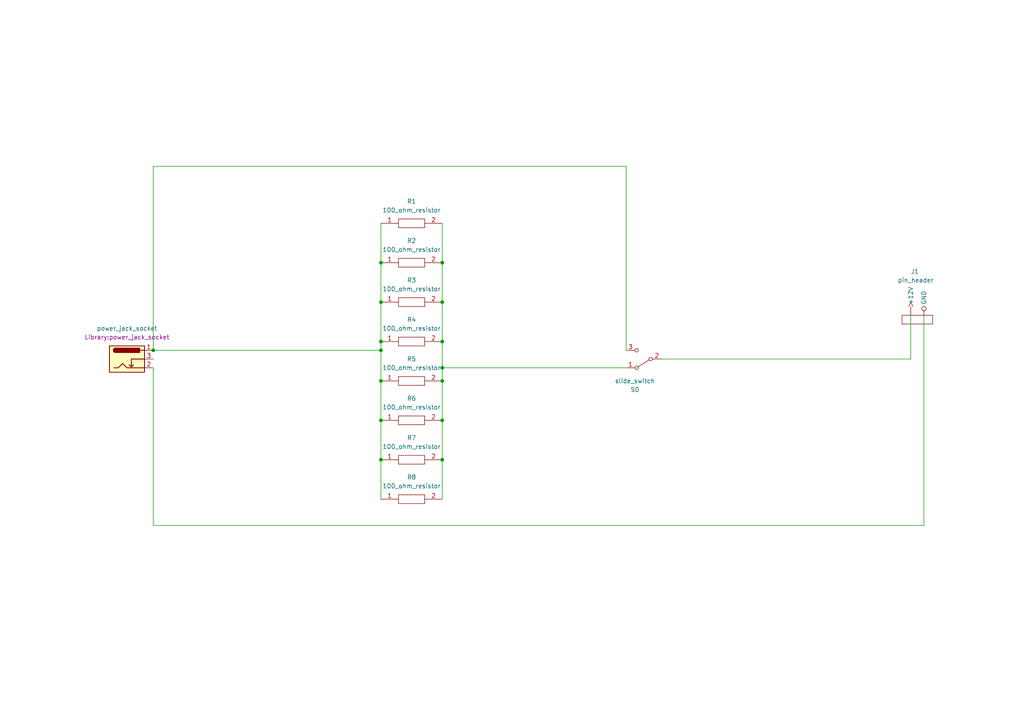
<source format=kicad_sch>
(kicad_sch (version 20211123) (generator eeschema)
  (paper "A4")
  (lib_symbols
    (symbol "100_ohm_resistor_1"
      (property "Reference" "R" (at 0 5.08 0))
      (property "Value" "100_ohm_resistor_1" (at 0 -3.81 0))
      (symbol "100_ohm_resistor_1_0_0"
        (pin passive line (at -8.89 0 0) (length 5.08) (name "~") (number "1"))
        (pin passive line (at 8.89 0 180) (length 5.08) (name "~") (number "2"))
      )
      (symbol "100_ohm_resistor_1_0_1"
        (polyline (pts (xy -3.81 1.27) (xy 3.81 1.27) (xy 3.81 -1.27) (xy -3.81 -1.27) (xy -3.81 1.27)) (stroke (width 0.1524)))
      )
    )
    (symbol "100_ohm_resistor_2"
      (property "Reference" "R" (at 0 5.08 0))
      (property "Value" "100_ohm_resistor_2" (at 0 -3.81 0))
      (symbol "100_ohm_resistor_2_0_0"
        (pin passive line (at -8.89 0 0) (length 5.08) (name "~") (number "1"))
        (pin passive line (at 8.89 0 180) (length 5.08) (name "~") (number "2"))
      )
      (symbol "100_ohm_resistor_2_0_1"
        (polyline (pts (xy -3.81 1.27) (xy 3.81 1.27) (xy 3.81 -1.27) (xy -3.81 -1.27) (xy -3.81 1.27)) (stroke (width 0.1524)))
      )
    )
    (symbol "100_ohm_resistor_3"
      (property "Reference" "R" (at 0 5.08 0))
      (property "Value" "100_ohm_resistor_3" (at 0 -3.81 0))
      (symbol "100_ohm_resistor_3_0_0"
        (pin passive line (at -8.89 0 0) (length 5.08) (name "~") (number "1"))
        (pin passive line (at 8.89 0 180) (length 5.08) (name "~") (number "2"))
      )
      (symbol "100_ohm_resistor_3_0_1"
        (polyline (pts (xy -3.81 1.27) (xy 3.81 1.27) (xy 3.81 -1.27) (xy -3.81 -1.27) (xy -3.81 1.27)) (stroke (width 0.1524)))
      )
    )
    (symbol "100_ohm_resistor_4"
      (property "Reference" "R" (at 0 5.08 0))
      (property "Value" "100_ohm_resistor_4" (at 0 -3.81 0))
      (symbol "100_ohm_resistor_4_0_0"
        (pin passive line (at -8.89 0 0) (length 5.08) (name "~") (number "1"))
        (pin passive line (at 8.89 0 180) (length 5.08) (name "~") (number "2"))
      )
      (symbol "100_ohm_resistor_4_0_1"
        (polyline (pts (xy -3.81 1.27) (xy 3.81 1.27) (xy 3.81 -1.27) (xy -3.81 -1.27) (xy -3.81 1.27)) (stroke (width 0.1524)))
      )
    )
    (symbol "100_ohm_resistor_5"
      (property "Reference" "R" (at 0 5.08 0))
      (property "Value" "100_ohm_resistor_5" (at 0 -3.81 0))
      (symbol "100_ohm_resistor_5_0_0"
        (pin passive line (at -8.89 0 0) (length 5.08) (name "~") (number "1"))
        (pin passive line (at 8.89 0 180) (length 5.08) (name "~") (number "2"))
      )
      (symbol "100_ohm_resistor_5_0_1"
        (polyline (pts (xy -3.81 1.27) (xy 3.81 1.27) (xy 3.81 -1.27) (xy -3.81 -1.27) (xy -3.81 1.27)) (stroke (width 0.1524)))
      )
    )
    (symbol "100_ohm_resistor_6"
      (property "Reference" "R" (at 0 5.08 0))
      (property "Value" "100_ohm_resistor_6" (at 0 -3.81 0))
      (symbol "100_ohm_resistor_6_0_0"
        (pin passive line (at -8.89 0 0) (length 5.08) (name "~") (number "1"))
        (pin passive line (at 8.89 0 180) (length 5.08) (name "~") (number "2"))
      )
      (symbol "100_ohm_resistor_6_0_1"
        (polyline (pts (xy -3.81 1.27) (xy 3.81 1.27) (xy 3.81 -1.27) (xy -3.81 -1.27) (xy -3.81 1.27)) (stroke (width 0.1524)))
      )
    )
    (symbol "100_ohm_resistor_7"
      (property "Reference" "R" (at 0 5.08 0))
      (property "Value" "100_ohm_resistor_7" (at 0 -3.81 0))
      (symbol "100_ohm_resistor_7_0_0"
        (pin passive line (at -8.89 0 0) (length 5.08) (name "~") (number "1"))
        (pin passive line (at 8.89 0 180) (length 5.08) (name "~") (number "2"))
      )
      (symbol "100_ohm_resistor_7_0_1"
        (polyline (pts (xy -3.81 1.27) (xy 3.81 1.27) (xy 3.81 -1.27) (xy -3.81 -1.27) (xy -3.81 1.27)) (stroke (width 0.1524)))
      )
    )
    (symbol "components:100_ohm_resistor"
      (property "Reference" "R" (at 0 5.08 0))
      (property "Value" "100_ohm_resistor" (at 0 -3.81 0))
      (symbol "100_ohm_resistor_0_0"
        (pin passive line (at -8.89 0 0) (length 5.08) (name "~") (number "1"))
        (pin passive line (at 8.89 0 180) (length 5.08) (name "~") (number "2"))
      )
      (symbol "100_ohm_resistor_0_1"
        (polyline (pts (xy -3.81 1.27) (xy 3.81 1.27) (xy 3.81 -1.27) (xy -3.81 -1.27) (xy -3.81 1.27)) (stroke (width 0.1524)))
      )
    )
    (symbol "components:pin_header" (pin_numbers hide)
      (property "Reference" "J1" (at 0 11.43 0))
      (property "Value" "pin_header" (at 0 -11.43 0))
      (symbol "pin_header_0_1"
        (rectangle (start -3.81 1.27) (end 5.08 -1.27))
      )
      (symbol "pin_header_1_1"
        (pin power_out clock (at -1.27 -1.27 270) (length 2.54) (name "+12V") (number "1"))
        (pin power_out inverted (at 2.54 -1.27 270) (length 2.54) (name "GND") (number "2"))
      )
    )
    (symbol "components:power_jack_socket"
      (property "Value" "power_jack_socket" (at 0 6.35 0))
      (property "Footprint" "Library:power_jack_socket" (at 0 -6.35 0))
      (symbol "power_jack_socket_0_1"
        (rectangle (start -5.08 2.54) (end 5.08 -5.08) (stroke (width 0.254)) (fill (type background)))
        (arc (start -3.302 1.905) (mid -3.937 1.27) (end -3.302 0.635) (stroke (width 0.254)))
        (arc (start -3.302 1.905) (mid -3.937 1.27) (end -3.302 0.635) (stroke (width 0.254)) (fill (type outline)))
        (polyline (pts (xy 1.27 -3.556) (xy 1.905 -2.921)) (stroke (width 0.254)))
        (polyline (pts (xy 5.08 1.27) (xy 3.81 1.27)) (stroke (width 0.254)))
        (polyline (pts (xy 5.08 -1.27) (xy 1.27 -1.27) (xy 1.27 -3.556) (xy 0.635 -2.921)) (stroke (width 0.254)))
        (polyline (pts (xy -3.81 -3.81) (xy -2.54 -3.81) (xy -1.27 -2.54) (xy 0 -3.81) (xy 2.54 -3.81) (xy 5.08 -3.81)) (stroke (width 0.254)))
        (rectangle (start 3.683 1.905) (end -3.302 0.635) (stroke (width 0.254)) (fill (type outline)))
      )
      (symbol "power_jack_socket_1_1"
        (pin power_in line (at 7.62 1.27 180) (length 2.54) (name "~") (number "1"))
        (pin power_in line (at 7.62 -3.81 180) (length 2.54) (name "~") (number "2"))
        (pin passive line (at 7.62 -1.27 180) (length 2.54) (name "~") (number "3"))
      )
    )
    (symbol "components:slide_switch" (pin_names hide)
      (property "Reference" "S0" (at 0 6.35 0))
      (property "Value" "slide_switch" (at 0 -5.08 0))
      (symbol "slide_switch_0_0"
        (circle (center -4.572 0) (radius 0.508))
        (circle (center -0.508 -2.54) (radius 0.508))
      )
      (symbol "slide_switch_0_1"
        (circle (center -0.508 2.54) (radius 0.508))
        (polyline (pts (xy -4.064 0.254) (xy -0.889 2.286)))
      )
      (symbol "slide_switch_1_1"
        (pin passive line (at 2.54 2.54 180) (length 2.54) (name "A") (number "1"))
        (pin passive line (at -7.62 0 0) (length 2.54) (name "B") (number "2"))
        (pin passive line (at 2.54 -2.54 180) (length 2.54) (name "C") (number "3"))
      )
    )
  )
  (junction (at 110.49 99.06))
  (junction (at 128.27 110.49))
  (junction (at 128.27 87.63))
  (junction (at 44.45 101.6))
  (junction (at 110.49 121.92))
  (junction (at 128.27 121.92))
  (junction (at 128.27 99.06))
  (junction (at 128.27 133.35))
  (junction (at 128.27 106.68))
  (junction (at 110.49 87.63))
  (junction (at 128.27 76.2))
  (junction (at 110.49 76.2))
  (junction (at 110.49 110.49))
  (junction (at 110.49 133.35))
  (junction (at 110.49 101.6))
  (wire (pts (xy 128.27 106.68) (xy 128.27 110.49)))
  (wire (pts (xy 128.27 133.35) (xy 128.27 144.78)))
  (wire (pts (xy 110.49 99.06) (xy 110.49 101.6)))
  (wire (pts (xy 110.49 110.49) (xy 110.49 121.92)))
  (wire (pts (xy 128.27 87.63) (xy 128.27 99.06)))
  (wire (pts (xy 128.27 76.2) (xy 128.27 87.63)))
  (wire (pts (xy 110.49 133.35) (xy 110.49 144.78)))
  (wire (pts (xy 128.27 121.92) (xy 128.27 133.35)))
  (wire (pts (xy 128.27 110.49) (xy 128.27 121.92)))
  (wire (pts (xy 191.77 104.14) (xy 264.16 104.14)))
  (wire (pts (xy 267.97 91.44) (xy 267.97 152.4)))
  (wire (pts (xy 44.45 48.26) (xy 44.45 101.6)))
  (wire (pts (xy 44.45 101.6) (xy 110.49 101.6)))
  (wire (pts (xy 110.49 101.6) (xy 110.49 110.49)))
  (wire (pts (xy 44.45 48.26) (xy 181.61 48.26)))
  (wire (pts (xy 128.27 64.77) (xy 128.27 76.2)))
  (wire (pts (xy 110.49 87.63) (xy 110.49 99.06)))
  (wire (pts (xy 128.27 99.06) (xy 128.27 106.68)))
  (wire (pts (xy 267.97 152.4) (xy 44.45 152.4)))
  (wire (pts (xy 128.27 106.68) (xy 181.61 106.68)))
  (wire (pts (xy 110.49 76.2) (xy 110.49 87.63)))
  (wire (pts (xy 181.61 48.26) (xy 181.61 101.6)))
  (wire (pts (xy 44.45 152.4) (xy 44.45 106.68)))
  (wire (pts (xy 264.16 91.44) (xy 264.16 104.14)))
  (wire (pts (xy 110.49 121.92) (xy 110.49 133.35)))
  (wire (pts (xy 110.49 64.77) (xy 110.49 76.2)))
  (symbol (lib_id "components:slide_switch") (at 184.15 104.14 180) (unit 1)
    (property "Reference" "S0" (at 184.15 113.03 0))
    (property "Value" "slide_switch" (at 184.15 110.49 0))
    (property "Footprint" "Library:slide_switch" (effects hide))
  )
  (symbol (lib_name "100_ohm_resistor_2") (lib_id "components:100_ohm_resistor") (at 119.38 76.2 0) (unit 1)
    (property "Reference" "R2" (at 119.38 69.85 0))
    (property "Value" "100_ohm_resistor" (at 119.38 72.39 0))
    (property "Footprint" "Library:100_ohm_resistor" (effects hide))
  )
  (symbol (lib_name "100_ohm_resistor_3") (lib_id "components:100_ohm_resistor") (at 119.38 87.63 0) (unit 1)
    (property "Reference" "R3" (at 119.38 81.28 0))
    (property "Value" "100_ohm_resistor" (at 119.38 83.82 0))
    (property "Footprint" "Library:100_ohm_resistor" (effects hide))
  )
  (symbol (lib_id "components:power_jack_socket") (at 36.83 102.87 0) (unit 1)
    (property "Reference" "J2" (effects hide))
    (property "Value" "power_jack_socket" (at 36.83 95.25 0))
    (property "Footprint" "Library:power_jack_socket" (at 36.83 97.79 0))
  )
  (symbol (lib_name "100_ohm_resistor_1") (lib_id "components:100_ohm_resistor") (at 119.38 64.77 0) (unit 1)
    (property "Reference" "R1" (at 119.38 58.42 0))
    (property "Value" "100_ohm_resistor" (at 119.38 60.96 0))
    (property "Footprint" "Library:100_ohm_resistor" (effects hide))
  )
  (symbol (lib_name "100_ohm_resistor_7") (lib_id "components:100_ohm_resistor") (at 119.38 133.35 0) (unit 1)
    (property "Reference" "R7" (at 119.38 127 0))
    (property "Value" "100_ohm_resistor" (at 119.38 129.54 0))
    (property "Footprint" "Library:100_ohm_resistor" (effects hide))
  )
  (symbol (lib_name "100_ohm_resistor_6") (lib_id "components:100_ohm_resistor") (at 119.38 121.92 0) (unit 1)
    (property "Reference" "R6" (at 119.38 115.57 0))
    (property "Value" "100_ohm_resistor" (at 119.38 118.11 0))
    (property "Footprint" "Library:100_ohm_resistor" (effects hide))
  )
  (symbol (lib_name "100_ohm_resistor_5") (lib_id "components:100_ohm_resistor") (at 119.38 110.49 0) (unit 1)
    (property "Reference" "R5" (at 119.38 104.14 0))
    (property "Value" "100_ohm_resistor" (at 119.38 106.68 0))
    (property "Footprint" "Library:100_ohm_resistor" (effects hide))
  )
  (symbol (lib_name "100_ohm_resistor_4") (lib_id "components:100_ohm_resistor") (at 119.38 99.06 0) (unit 1)
    (property "Reference" "R4" (at 119.38 92.71 0))
    (property "Value" "100_ohm_resistor" (at 119.38 95.25 0))
    (property "Footprint" "Library:100_ohm_resistor" (effects hide))
  )
  (symbol (lib_id "components:100_ohm_resistor") (at 119.38 144.78 0) (unit 1)
    (property "Reference" "R8" (at 119.38 138.43 0))
    (property "Value" "100_ohm_resistor" (at 119.38 140.97 0))
    (property "Footprint" "Library:100_ohm_resistor" (effects hide))
  )
  (symbol (lib_id "components:pin_header") (at 265.43 92.71 0) (mirror x) (unit 1)
    (property "Reference" "J1" (at 264.16 78.74 0) (effects (justify left)))
    (property "Value" "pin_header" (at 260.35 81.28 0) (effects (justify left)))
    (property "Footprint" "Library:pin_header" (effects hide))
  )
)
</source>
